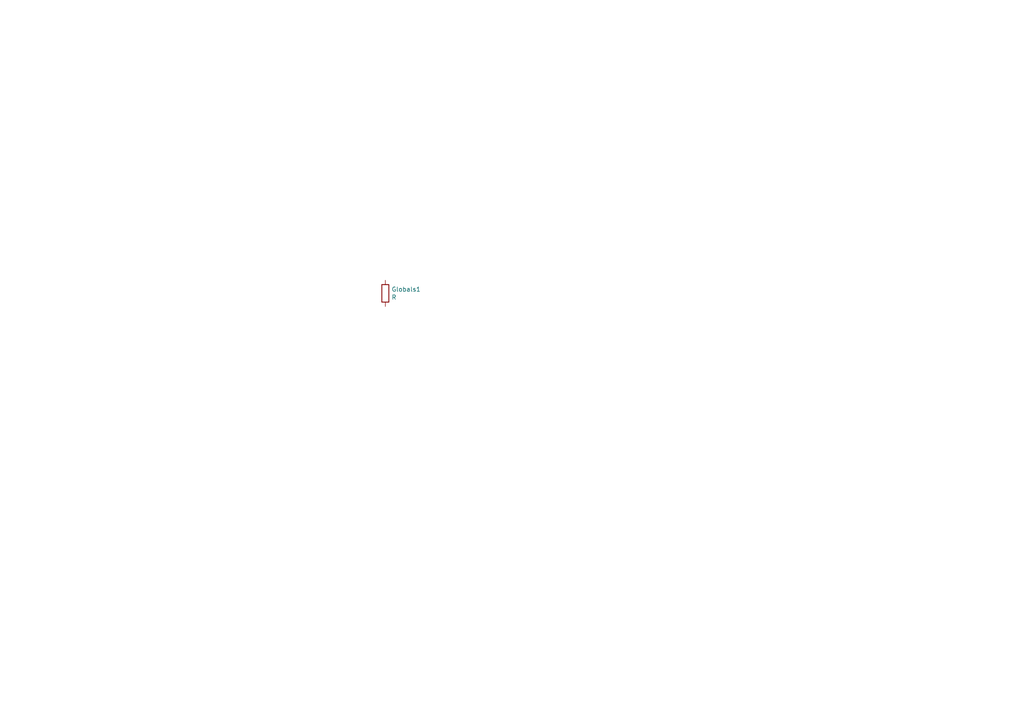
<source format=kicad_sch>
(kicad_sch (version 20211123) (generator eeschema)
  (paper "A4")
  (lib_symbols
    (symbol "Device:R" (pin_numbers hide) (pin_names (offset 0))
      (property "Reference" "R" (at 2.032 0 90))
      (property "Value" "R" (at 0 0 90))
      (symbol "R_0_1"
        (rectangle (start -1.016 -2.54) (end 1.016 2.54) (stroke (width 0.254)))
      )
      (symbol "R_1_1"
        (pin passive line (at 0 3.81 270) (length 1.27) (name "~") (number "1"))
        (pin passive line (at 0 -3.81 90) (length 1.27) (name "~") (number "2"))
      )
    )
  )
  (symbol (lib_id "Device:R") (at 111.76 85.09 0) (unit 1)
    (property "Reference" "Globals1" (at 113.538 83.9216 0) (effects (justify left)))
    (property "Value" "R" (at 113.538 86.233 0) (effects (justify left)))
    (property "Footprint" "Resistor_SMD:R_0603_1608Metric" (effects hide))
    (property "TargetVoltage" "5.1" (effects hide))
    (property "TargetVoltage_expr" "5.1" (effects hide))
  )
)
</source>
